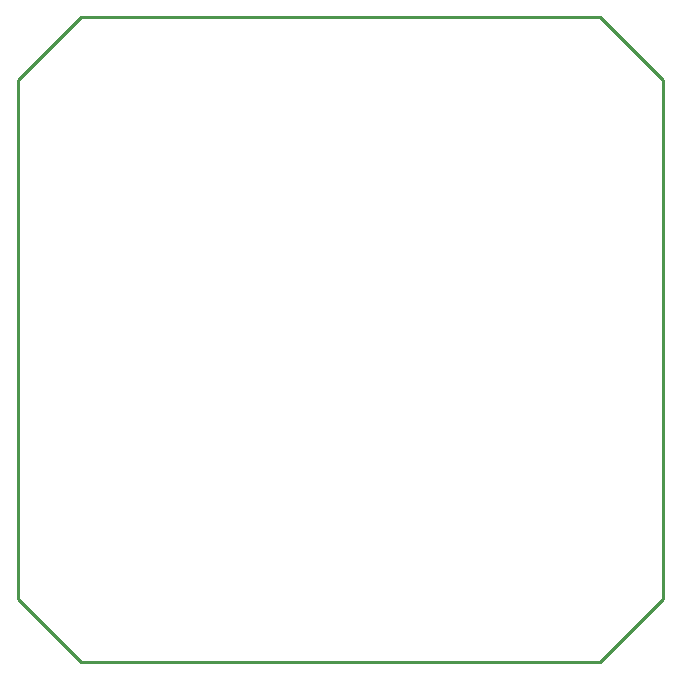
<source format=gm1>
G04*
G04 #@! TF.GenerationSoftware,Altium Limited,Altium Designer,21.1.1 (26)*
G04*
G04 Layer_Color=16711935*
%FSLAX25Y25*%
%MOIN*%
G70*
G04*
G04 #@! TF.SameCoordinates,BF935737-4819-41B5-9F27-83029170D06B*
G04*
G04*
G04 #@! TF.FilePolarity,Positive*
G04*
G01*
G75*
%ADD13C,0.01000*%
D13*
X311000Y176500D02*
Y349500D01*
X290000Y155500D02*
X311000Y176500D01*
X117000Y155500D02*
X290000D01*
X96000Y176500D02*
X117000Y155500D01*
X96000Y176500D02*
Y349500D01*
X117000Y370500D01*
X290000D01*
X311000Y349500D01*
M02*

</source>
